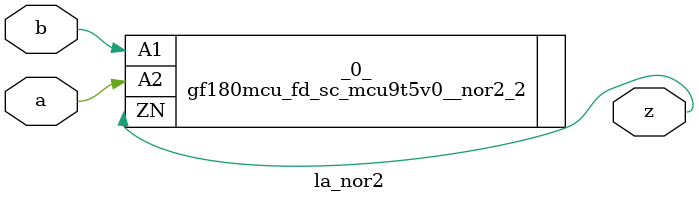
<source format=v>
/* Generated by Yosys 0.37 (git sha1 a5c7f69ed, clang 14.0.0-1ubuntu1.1 -fPIC -Os) */

module la_nor2(a, b, z);
  input a;
  wire a;
  input b;
  wire b;
  output z;
  wire z;
  gf180mcu_fd_sc_mcu9t5v0__nor2_2 _0_ (
    .A1(b),
    .A2(a),
    .ZN(z)
  );
endmodule

</source>
